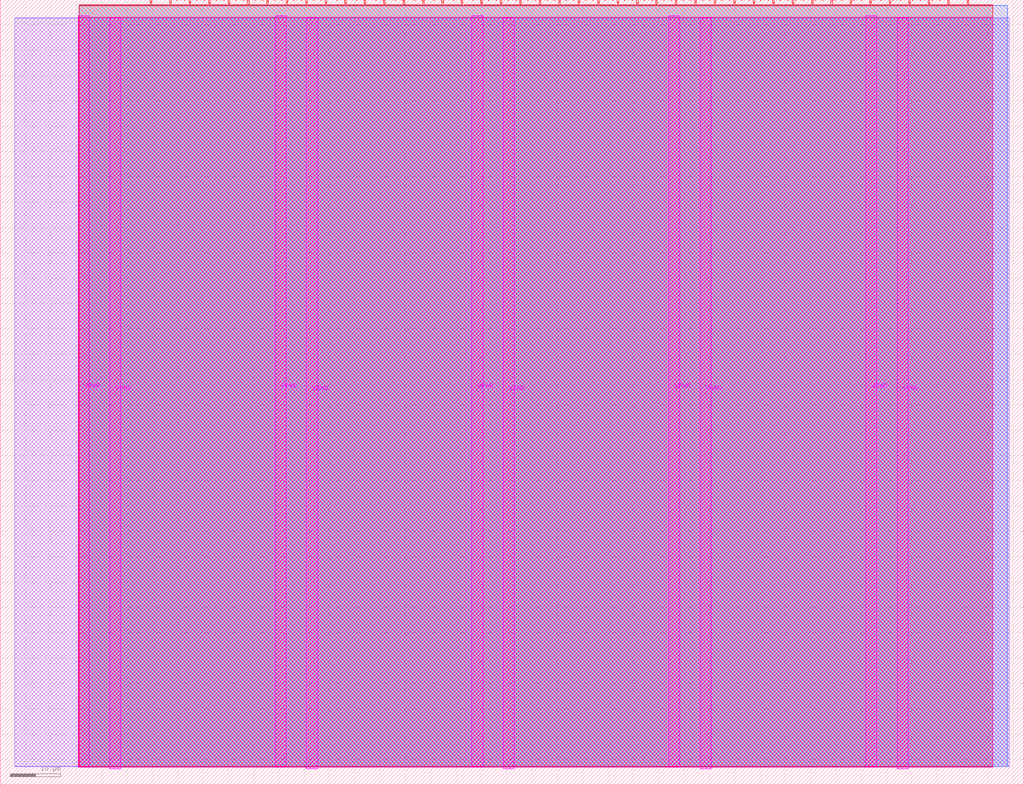
<source format=lef>
VERSION 5.7 ;
  NOWIREEXTENSIONATPIN ON ;
  DIVIDERCHAR "/" ;
  BUSBITCHARS "[]" ;
MACRO tt_um_schoeberl_undecided
  CLASS BLOCK ;
  FOREIGN tt_um_schoeberl_undecided ;
  ORIGIN 0.000 0.000 ;
  SIZE 202.080 BY 154.980 ;
  PIN VGND
    DIRECTION INOUT ;
    USE GROUND ;
    PORT
      LAYER TopMetal1 ;
        RECT 21.580 3.150 23.780 151.420 ;
    END
    PORT
      LAYER TopMetal1 ;
        RECT 60.450 3.150 62.650 151.420 ;
    END
    PORT
      LAYER TopMetal1 ;
        RECT 99.320 3.150 101.520 151.420 ;
    END
    PORT
      LAYER TopMetal1 ;
        RECT 138.190 3.150 140.390 151.420 ;
    END
    PORT
      LAYER TopMetal1 ;
        RECT 177.060 3.150 179.260 151.420 ;
    END
  END VGND
  PIN VPWR
    DIRECTION INOUT ;
    USE POWER ;
    PORT
      LAYER TopMetal1 ;
        RECT 15.380 3.560 17.580 151.830 ;
    END
    PORT
      LAYER TopMetal1 ;
        RECT 54.250 3.560 56.450 151.830 ;
    END
    PORT
      LAYER TopMetal1 ;
        RECT 93.120 3.560 95.320 151.830 ;
    END
    PORT
      LAYER TopMetal1 ;
        RECT 131.990 3.560 134.190 151.830 ;
    END
    PORT
      LAYER TopMetal1 ;
        RECT 170.860 3.560 173.060 151.830 ;
    END
  END VPWR
  PIN clk
    DIRECTION INPUT ;
    USE SIGNAL ;
    ANTENNAGATEAREA 0.725400 ;
    PORT
      LAYER Metal4 ;
        RECT 187.050 153.980 187.350 154.980 ;
    END
  END clk
  PIN ena
    DIRECTION INPUT ;
    USE SIGNAL ;
    PORT
      LAYER Metal4 ;
        RECT 190.890 153.980 191.190 154.980 ;
    END
  END ena
  PIN rst_n
    DIRECTION INPUT ;
    USE SIGNAL ;
    ANTENNAGATEAREA 0.180700 ;
    PORT
      LAYER Metal4 ;
        RECT 183.210 153.980 183.510 154.980 ;
    END
  END rst_n
  PIN ui_in[0]
    DIRECTION INPUT ;
    USE SIGNAL ;
    ANTENNAGATEAREA 0.180700 ;
    PORT
      LAYER Metal4 ;
        RECT 179.370 153.980 179.670 154.980 ;
    END
  END ui_in[0]
  PIN ui_in[1]
    DIRECTION INPUT ;
    USE SIGNAL ;
    ANTENNAGATEAREA 0.180700 ;
    PORT
      LAYER Metal4 ;
        RECT 175.530 153.980 175.830 154.980 ;
    END
  END ui_in[1]
  PIN ui_in[2]
    DIRECTION INPUT ;
    USE SIGNAL ;
    ANTENNAGATEAREA 0.180700 ;
    PORT
      LAYER Metal4 ;
        RECT 171.690 153.980 171.990 154.980 ;
    END
  END ui_in[2]
  PIN ui_in[3]
    DIRECTION INPUT ;
    USE SIGNAL ;
    ANTENNAGATEAREA 0.180700 ;
    PORT
      LAYER Metal4 ;
        RECT 167.850 153.980 168.150 154.980 ;
    END
  END ui_in[3]
  PIN ui_in[4]
    DIRECTION INPUT ;
    USE SIGNAL ;
    ANTENNAGATEAREA 0.180700 ;
    PORT
      LAYER Metal4 ;
        RECT 164.010 153.980 164.310 154.980 ;
    END
  END ui_in[4]
  PIN ui_in[5]
    DIRECTION INPUT ;
    USE SIGNAL ;
    ANTENNAGATEAREA 0.180700 ;
    PORT
      LAYER Metal4 ;
        RECT 160.170 153.980 160.470 154.980 ;
    END
  END ui_in[5]
  PIN ui_in[6]
    DIRECTION INPUT ;
    USE SIGNAL ;
    ANTENNAGATEAREA 0.180700 ;
    PORT
      LAYER Metal4 ;
        RECT 156.330 153.980 156.630 154.980 ;
    END
  END ui_in[6]
  PIN ui_in[7]
    DIRECTION INPUT ;
    USE SIGNAL ;
    PORT
      LAYER Metal4 ;
        RECT 152.490 153.980 152.790 154.980 ;
    END
  END ui_in[7]
  PIN uio_in[0]
    DIRECTION INPUT ;
    USE SIGNAL ;
    ANTENNAGATEAREA 0.180700 ;
    PORT
      LAYER Metal4 ;
        RECT 148.650 153.980 148.950 154.980 ;
    END
  END uio_in[0]
  PIN uio_in[1]
    DIRECTION INPUT ;
    USE SIGNAL ;
    ANTENNAGATEAREA 0.180700 ;
    PORT
      LAYER Metal4 ;
        RECT 144.810 153.980 145.110 154.980 ;
    END
  END uio_in[1]
  PIN uio_in[2]
    DIRECTION INPUT ;
    USE SIGNAL ;
    ANTENNAGATEAREA 0.180700 ;
    PORT
      LAYER Metal4 ;
        RECT 140.970 153.980 141.270 154.980 ;
    END
  END uio_in[2]
  PIN uio_in[3]
    DIRECTION INPUT ;
    USE SIGNAL ;
    ANTENNAGATEAREA 0.180700 ;
    PORT
      LAYER Metal4 ;
        RECT 137.130 153.980 137.430 154.980 ;
    END
  END uio_in[3]
  PIN uio_in[4]
    DIRECTION INPUT ;
    USE SIGNAL ;
    ANTENNAGATEAREA 0.180700 ;
    PORT
      LAYER Metal4 ;
        RECT 133.290 153.980 133.590 154.980 ;
    END
  END uio_in[4]
  PIN uio_in[5]
    DIRECTION INPUT ;
    USE SIGNAL ;
    ANTENNAGATEAREA 0.180700 ;
    PORT
      LAYER Metal4 ;
        RECT 129.450 153.980 129.750 154.980 ;
    END
  END uio_in[5]
  PIN uio_in[6]
    DIRECTION INPUT ;
    USE SIGNAL ;
    ANTENNAGATEAREA 0.180700 ;
    PORT
      LAYER Metal4 ;
        RECT 125.610 153.980 125.910 154.980 ;
    END
  END uio_in[6]
  PIN uio_in[7]
    DIRECTION INPUT ;
    USE SIGNAL ;
    PORT
      LAYER Metal4 ;
        RECT 121.770 153.980 122.070 154.980 ;
    END
  END uio_in[7]
  PIN uio_oe[0]
    DIRECTION OUTPUT ;
    USE SIGNAL ;
    ANTENNADIFFAREA 0.299200 ;
    PORT
      LAYER Metal4 ;
        RECT 56.490 153.980 56.790 154.980 ;
    END
  END uio_oe[0]
  PIN uio_oe[1]
    DIRECTION OUTPUT ;
    USE SIGNAL ;
    ANTENNADIFFAREA 0.299200 ;
    PORT
      LAYER Metal4 ;
        RECT 52.650 153.980 52.950 154.980 ;
    END
  END uio_oe[1]
  PIN uio_oe[2]
    DIRECTION OUTPUT ;
    USE SIGNAL ;
    ANTENNADIFFAREA 0.299200 ;
    PORT
      LAYER Metal4 ;
        RECT 48.810 153.980 49.110 154.980 ;
    END
  END uio_oe[2]
  PIN uio_oe[3]
    DIRECTION OUTPUT ;
    USE SIGNAL ;
    ANTENNADIFFAREA 0.299200 ;
    PORT
      LAYER Metal4 ;
        RECT 44.970 153.980 45.270 154.980 ;
    END
  END uio_oe[3]
  PIN uio_oe[4]
    DIRECTION OUTPUT ;
    USE SIGNAL ;
    ANTENNADIFFAREA 0.299200 ;
    PORT
      LAYER Metal4 ;
        RECT 41.130 153.980 41.430 154.980 ;
    END
  END uio_oe[4]
  PIN uio_oe[5]
    DIRECTION OUTPUT ;
    USE SIGNAL ;
    ANTENNADIFFAREA 0.299200 ;
    PORT
      LAYER Metal4 ;
        RECT 37.290 153.980 37.590 154.980 ;
    END
  END uio_oe[5]
  PIN uio_oe[6]
    DIRECTION OUTPUT ;
    USE SIGNAL ;
    ANTENNADIFFAREA 0.299200 ;
    PORT
      LAYER Metal4 ;
        RECT 33.450 153.980 33.750 154.980 ;
    END
  END uio_oe[6]
  PIN uio_oe[7]
    DIRECTION OUTPUT ;
    USE SIGNAL ;
    ANTENNADIFFAREA 0.299200 ;
    PORT
      LAYER Metal4 ;
        RECT 29.610 153.980 29.910 154.980 ;
    END
  END uio_oe[7]
  PIN uio_out[0]
    DIRECTION OUTPUT ;
    USE SIGNAL ;
    ANTENNADIFFAREA 0.299200 ;
    PORT
      LAYER Metal4 ;
        RECT 87.210 153.980 87.510 154.980 ;
    END
  END uio_out[0]
  PIN uio_out[1]
    DIRECTION OUTPUT ;
    USE SIGNAL ;
    ANTENNADIFFAREA 0.299200 ;
    PORT
      LAYER Metal4 ;
        RECT 83.370 153.980 83.670 154.980 ;
    END
  END uio_out[1]
  PIN uio_out[2]
    DIRECTION OUTPUT ;
    USE SIGNAL ;
    ANTENNADIFFAREA 0.299200 ;
    PORT
      LAYER Metal4 ;
        RECT 79.530 153.980 79.830 154.980 ;
    END
  END uio_out[2]
  PIN uio_out[3]
    DIRECTION OUTPUT ;
    USE SIGNAL ;
    ANTENNADIFFAREA 0.299200 ;
    PORT
      LAYER Metal4 ;
        RECT 75.690 153.980 75.990 154.980 ;
    END
  END uio_out[3]
  PIN uio_out[4]
    DIRECTION OUTPUT ;
    USE SIGNAL ;
    ANTENNADIFFAREA 0.299200 ;
    PORT
      LAYER Metal4 ;
        RECT 71.850 153.980 72.150 154.980 ;
    END
  END uio_out[4]
  PIN uio_out[5]
    DIRECTION OUTPUT ;
    USE SIGNAL ;
    ANTENNADIFFAREA 0.299200 ;
    PORT
      LAYER Metal4 ;
        RECT 68.010 153.980 68.310 154.980 ;
    END
  END uio_out[5]
  PIN uio_out[6]
    DIRECTION OUTPUT ;
    USE SIGNAL ;
    ANTENNADIFFAREA 0.299200 ;
    PORT
      LAYER Metal4 ;
        RECT 64.170 153.980 64.470 154.980 ;
    END
  END uio_out[6]
  PIN uio_out[7]
    DIRECTION OUTPUT ;
    USE SIGNAL ;
    ANTENNADIFFAREA 0.299200 ;
    PORT
      LAYER Metal4 ;
        RECT 60.330 153.980 60.630 154.980 ;
    END
  END uio_out[7]
  PIN uo_out[0]
    DIRECTION OUTPUT ;
    USE SIGNAL ;
    ANTENNADIFFAREA 0.706400 ;
    PORT
      LAYER Metal4 ;
        RECT 117.930 153.980 118.230 154.980 ;
    END
  END uo_out[0]
  PIN uo_out[1]
    DIRECTION OUTPUT ;
    USE SIGNAL ;
    ANTENNADIFFAREA 0.733200 ;
    PORT
      LAYER Metal4 ;
        RECT 114.090 153.980 114.390 154.980 ;
    END
  END uo_out[1]
  PIN uo_out[2]
    DIRECTION OUTPUT ;
    USE SIGNAL ;
    ANTENNADIFFAREA 0.733200 ;
    PORT
      LAYER Metal4 ;
        RECT 110.250 153.980 110.550 154.980 ;
    END
  END uo_out[2]
  PIN uo_out[3]
    DIRECTION OUTPUT ;
    USE SIGNAL ;
    ANTENNADIFFAREA 0.733200 ;
    PORT
      LAYER Metal4 ;
        RECT 106.410 153.980 106.710 154.980 ;
    END
  END uo_out[3]
  PIN uo_out[4]
    DIRECTION OUTPUT ;
    USE SIGNAL ;
    ANTENNADIFFAREA 0.706400 ;
    PORT
      LAYER Metal4 ;
        RECT 102.570 153.980 102.870 154.980 ;
    END
  END uo_out[4]
  PIN uo_out[5]
    DIRECTION OUTPUT ;
    USE SIGNAL ;
    ANTENNADIFFAREA 0.733200 ;
    PORT
      LAYER Metal4 ;
        RECT 98.730 153.980 99.030 154.980 ;
    END
  END uo_out[5]
  PIN uo_out[6]
    DIRECTION OUTPUT ;
    USE SIGNAL ;
    ANTENNADIFFAREA 0.733200 ;
    PORT
      LAYER Metal4 ;
        RECT 94.890 153.980 95.190 154.980 ;
    END
  END uo_out[6]
  PIN uo_out[7]
    DIRECTION OUTPUT ;
    USE SIGNAL ;
    ANTENNADIFFAREA 0.708600 ;
    PORT
      LAYER Metal4 ;
        RECT 91.050 153.980 91.350 154.980 ;
    END
  END uo_out[7]
  OBS
      LAYER GatPoly ;
        RECT 2.880 3.630 199.200 151.350 ;
      LAYER Metal1 ;
        RECT 2.880 3.560 199.200 151.420 ;
      LAYER Metal2 ;
        RECT 15.560 3.635 198.825 153.865 ;
      LAYER Metal3 ;
        RECT 15.515 3.680 198.865 153.825 ;
      LAYER Metal4 ;
        RECT 15.560 153.770 29.400 153.980 ;
        RECT 30.120 153.770 33.240 153.980 ;
        RECT 33.960 153.770 37.080 153.980 ;
        RECT 37.800 153.770 40.920 153.980 ;
        RECT 41.640 153.770 44.760 153.980 ;
        RECT 45.480 153.770 48.600 153.980 ;
        RECT 49.320 153.770 52.440 153.980 ;
        RECT 53.160 153.770 56.280 153.980 ;
        RECT 57.000 153.770 60.120 153.980 ;
        RECT 60.840 153.770 63.960 153.980 ;
        RECT 64.680 153.770 67.800 153.980 ;
        RECT 68.520 153.770 71.640 153.980 ;
        RECT 72.360 153.770 75.480 153.980 ;
        RECT 76.200 153.770 79.320 153.980 ;
        RECT 80.040 153.770 83.160 153.980 ;
        RECT 83.880 153.770 87.000 153.980 ;
        RECT 87.720 153.770 90.840 153.980 ;
        RECT 91.560 153.770 94.680 153.980 ;
        RECT 95.400 153.770 98.520 153.980 ;
        RECT 99.240 153.770 102.360 153.980 ;
        RECT 103.080 153.770 106.200 153.980 ;
        RECT 106.920 153.770 110.040 153.980 ;
        RECT 110.760 153.770 113.880 153.980 ;
        RECT 114.600 153.770 117.720 153.980 ;
        RECT 118.440 153.770 121.560 153.980 ;
        RECT 122.280 153.770 125.400 153.980 ;
        RECT 126.120 153.770 129.240 153.980 ;
        RECT 129.960 153.770 133.080 153.980 ;
        RECT 133.800 153.770 136.920 153.980 ;
        RECT 137.640 153.770 140.760 153.980 ;
        RECT 141.480 153.770 144.600 153.980 ;
        RECT 145.320 153.770 148.440 153.980 ;
        RECT 149.160 153.770 152.280 153.980 ;
        RECT 153.000 153.770 156.120 153.980 ;
        RECT 156.840 153.770 159.960 153.980 ;
        RECT 160.680 153.770 163.800 153.980 ;
        RECT 164.520 153.770 167.640 153.980 ;
        RECT 168.360 153.770 171.480 153.980 ;
        RECT 172.200 153.770 175.320 153.980 ;
        RECT 176.040 153.770 179.160 153.980 ;
        RECT 179.880 153.770 183.000 153.980 ;
        RECT 183.720 153.770 186.840 153.980 ;
        RECT 187.560 153.770 190.680 153.980 ;
        RECT 191.400 153.770 195.945 153.980 ;
        RECT 15.560 3.635 195.945 153.770 ;
      LAYER Metal5 ;
        RECT 15.515 3.470 195.985 151.510 ;
  END
END tt_um_schoeberl_undecided
END LIBRARY


</source>
